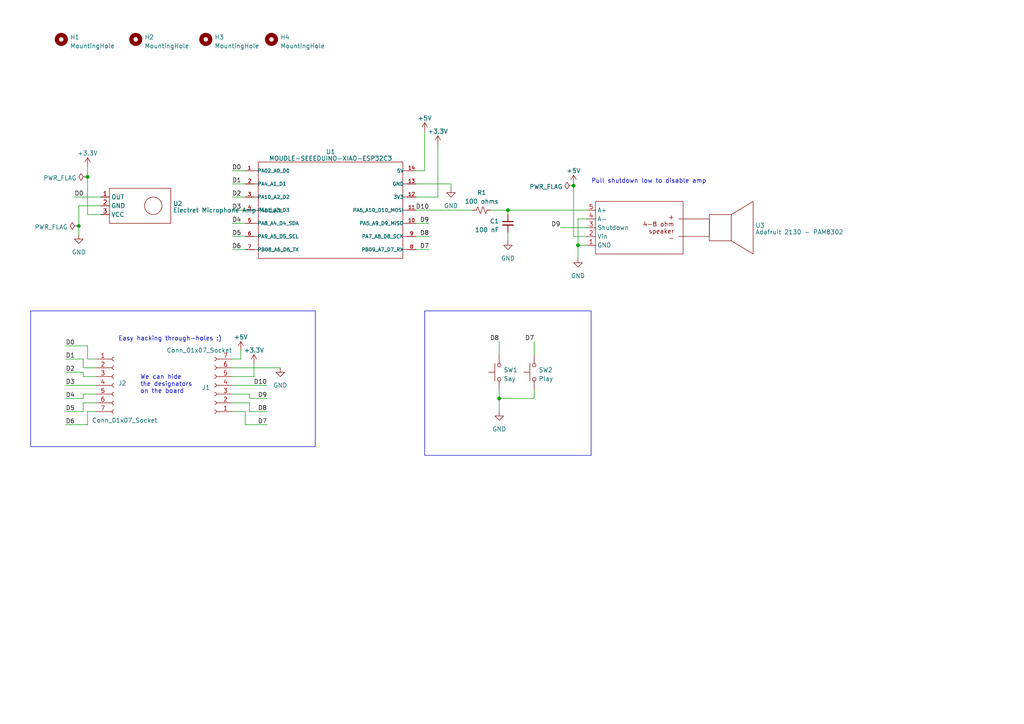
<source format=kicad_sch>
(kicad_sch (version 20230121) (generator eeschema)
  (paper "A4")
  (lib_symbols
    (symbol "Connector:Conn_01x07_Socket" (pin_names (offset 1.016) hide)
      (property "Reference" "J" (at 0 10.16 0))
      (property "Value" "Conn_01x07_Socket" (at 0 -10.16 0))
      (symbol "Conn_01x07_Socket_1_1"
        (arc (start 0 -7.112) (mid -0.5058 -7.62) (end 0 -8.128) (stroke (width 0.1524)))
        (arc (start 0 -4.572) (mid -0.5058 -5.08) (end 0 -5.588) (stroke (width 0.1524)))
        (arc (start 0 -2.032) (mid -0.5058 -2.54) (end 0 -3.048) (stroke (width 0.1524)))
        (polyline (pts (xy -1.27 -7.62) (xy -0.508 -7.62)) (stroke (width 0.1524)))
        (polyline (pts (xy -1.27 -5.08) (xy -0.508 -5.08)) (stroke (width 0.1524)))
        (polyline (pts (xy -1.27 -2.54) (xy -0.508 -2.54)) (stroke (width 0.1524)))
        (polyline (pts (xy -1.27 0) (xy -0.508 0)) (stroke (width 0.1524)))
        (polyline (pts (xy -1.27 2.54) (xy -0.508 2.54)) (stroke (width 0.1524)))
        (polyline (pts (xy -1.27 5.08) (xy -0.508 5.08)) (stroke (width 0.1524)))
        (polyline (pts (xy -1.27 7.62) (xy -0.508 7.62)) (stroke (width 0.1524)))
        (arc (start 0 0.508) (mid -0.5058 0) (end 0 -0.508) (stroke (width 0.1524)))
        (arc (start 0 3.048) (mid -0.5058 2.54) (end 0 2.032) (stroke (width 0.1524)))
        (arc (start 0 5.588) (mid -0.5058 5.08) (end 0 4.572) (stroke (width 0.1524)))
        (arc (start 0 8.128) (mid -0.5058 7.62) (end 0 7.112) (stroke (width 0.1524)))
        (pin passive line (at -5.08 7.62 0) (length 3.81) (name "Pin_1") (number "1"))
        (pin passive line (at -5.08 5.08 0) (length 3.81) (name "Pin_2") (number "2"))
        (pin passive line (at -5.08 2.54 0) (length 3.81) (name "Pin_3") (number "3"))
        (pin passive line (at -5.08 0 0) (length 3.81) (name "Pin_4") (number "4"))
        (pin passive line (at -5.08 -2.54 0) (length 3.81) (name "Pin_5") (number "5"))
        (pin passive line (at -5.08 -5.08 0) (length 3.81) (name "Pin_6") (number "6"))
        (pin passive line (at -5.08 -7.62 0) (length 3.81) (name "Pin_7") (number "7"))
      )
    )
    (symbol "Device:C_Small" (pin_numbers hide) (pin_names (offset 0.254) hide)
      (property "Reference" "C" (at 0.254 1.778 0))
      (property "Value" "C_Small" (at 0.254 -2.032 0))
      (symbol "C_Small_0_1"
        (polyline (pts (xy -1.524 -0.508) (xy 1.524 -0.508)) (stroke (width 0.3302)))
        (polyline (pts (xy -1.524 0.508) (xy 1.524 0.508)) (stroke (width 0.3048)))
      )
      (symbol "C_Small_1_1"
        (pin passive line (at 0 2.54 270) (length 2.032) (name "~") (number "1"))
        (pin passive line (at 0 -2.54 90) (length 2.032) (name "~") (number "2"))
      )
    )
    (symbol "Device:R_Small_US" (pin_numbers hide) (pin_names (offset 0.254) hide)
      (property "Reference" "R" (at 0.762 0.508 0))
      (property "Value" "R_Small_US" (at 0.762 -1.016 0))
      (symbol "R_Small_US_1_1"
        (polyline (pts (xy 0 0) (xy 1.016 -0.381) (xy 0 -0.762) (xy -1.016 -1.143) (xy 0 -1.524)))
        (polyline (pts (xy 0 1.524) (xy 1.016 1.143) (xy 0 0.762) (xy -1.016 0.381) (xy 0 0)))
        (pin passive line (at 0 2.54 270) (length 1.016) (name "~") (number "1"))
        (pin passive line (at 0 -2.54 90) (length 1.016) (name "~") (number "2"))
      )
    )
    (symbol "Mechanical:MountingHole" (pin_names (offset 1.016))
      (property "Reference" "H" (at 0 5.08 0))
      (property "Value" "MountingHole" (at 0 3.175 0))
      (symbol "MountingHole_0_1"
        (circle (center 0 0) (radius 1.27) (stroke (width 1.27)))
      )
    )
    (symbol "Switch:SW_Push" (pin_numbers hide) (pin_names (offset 1.016) hide)
      (property "Reference" "SW" (at 1.27 2.54 0))
      (property "Value" "SW_Push" (at 0 -1.524 0))
      (symbol "SW_Push_0_1"
        (circle (center -2.032 0) (radius 0.508))
        (polyline (pts (xy 0 1.27) (xy 0 3.048)))
        (polyline (pts (xy 2.54 1.27) (xy -2.54 1.27)))
        (circle (center 2.032 0) (radius 0.508))
        (pin passive line (at -5.08 0 0) (length 2.54) (name "1") (number "1"))
        (pin passive line (at 5.08 0 180) (length 2.54) (name "2") (number "2"))
      )
    )
    (symbol "YakBak-soldering-kit-eagle-import:Adafruit_2130_PAM8302A_2.5W_Class_D_Amplifier_Module_all_pins_passive"
      (property "Reference" "U2" (at 41.275 0.6437 0))
      (property "Value" "Adafruit 2130 - PAM8302" (at 41.275 -1.2773 0))
      (symbol "Adafruit_2130_PAM8302A_2.5W_Class_D_Amplifier_Module_all_pins_passive_0_1"
        (rectangle (start -5.08 7.62) (end 20.32 -7.62))
        (polyline (pts (xy 19.05 2.54) (xy 27.94 2.54) (xy 27.94 -2.54) (xy 19.05 -2.54)))
        (polyline (pts (xy 34.29 3.81) (xy 40.64 7.62) (xy 40.64 -7.62) (xy 34.29 -3.81)))
        (rectangle (start 27.94 3.81) (end 34.29 -3.81))
      )
      (symbol "Adafruit_2130_PAM8302A_2.5W_Class_D_Amplifier_Module_all_pins_passive_1_1"
        (text "+\n4-8 ohm\nspeaker\n-" (at 17.78 0 0) (effects (font (size 1.27 1.27)) (justify right)))
        (pin passive line (at -7.62 -5.08 0) (length 2.54) (name "GND") (number "1"))
        (pin passive line (at -7.62 -2.54 0) (length 2.54) (name "Vin") (number "2"))
        (pin passive line (at -7.62 0 0) (length 2.54) (name "Shutdown") (number "3"))
        (pin passive line (at -7.62 2.54 0) (length 2.54) (name "A-") (number "4"))
        (pin passive line (at -7.62 5.08 0) (length 2.54) (name "A+") (number "5"))
      )
    )
    (symbol "YakBak-soldering-kit-eagle-import:Electret_Mic_Module_all_pins_passive"
      (property "Reference" "U2" (at 9.525 0.6437 0))
      (property "Value" "Electret Microphone Amp Module" (at 9.525 -1.2773 0))
      (symbol "Electret_Mic_Module_all_pins_passive_0_1"
        (rectangle (start -8.89 5.08) (end 8.89 -5.08))
        (circle (center 3.81 0) (radius 2.54))
      )
      (symbol "Electret_Mic_Module_all_pins_passive_1_1"
        (pin passive line (at -11.43 2.54 0) (length 2.54) (name "OUT") (number "1"))
        (pin passive line (at -11.43 0 0) (length 2.54) (name "GND") (number "2"))
        (pin passive line (at -11.43 -2.54 0) (length 2.54) (name "VCC") (number "3"))
      )
    )
    (symbol "YakBak-soldering-kit-eagle-import:MODULE-SEEEDUINO-XIAO-ESP32C3_all_passive" (pin_names (offset 1.016))
      (property "Reference" "U1" (at -0.635 17.78 0))
      (property "Value" "MOUDLE-SEEEDUINO-XIAO-ESP32C3" (at -0.635 15.24 0))
      (symbol "MODULE-SEEEDUINO-XIAO-ESP32C3_all_passive_0_0"
        (polyline (pts (xy -21.59 -13.97) (xy -21.59 0)) (stroke (width 0.1524)))
        (polyline (pts (xy -21.59 -11.43) (xy -22.86 -11.43)) (stroke (width 0.1524)))
        (polyline (pts (xy -21.59 -7.62) (xy -22.86 -7.62)) (stroke (width 0.1524)))
        (polyline (pts (xy -21.59 -3.81) (xy -22.86 -3.81)) (stroke (width 0.1524)))
        (polyline (pts (xy -21.59 0) (xy -22.86 0)) (stroke (width 0.1524)))
        (polyline (pts (xy -21.59 0) (xy -21.59 3.81)) (stroke (width 0.1524)))
        (polyline (pts (xy -21.59 3.81) (xy -22.86 3.81)) (stroke (width 0.1524)))
        (polyline (pts (xy -21.59 3.81) (xy -21.59 7.62)) (stroke (width 0.1524)))
        (polyline (pts (xy -21.59 7.62) (xy -22.86 7.62)) (stroke (width 0.1524)))
        (polyline (pts (xy -21.59 7.62) (xy -21.59 11.43)) (stroke (width 0.1524)))
        (polyline (pts (xy -21.59 11.43) (xy -22.86 11.43)) (stroke (width 0.1524)))
        (polyline (pts (xy -21.59 11.43) (xy -21.59 13.97)) (stroke (width 0.1524)))
        (polyline (pts (xy -21.59 13.97) (xy 20.32 13.97)) (stroke (width 0.1524)))
        (polyline (pts (xy 20.32 -13.97) (xy -21.59 -13.97)) (stroke (width 0.1524)))
        (polyline (pts (xy 20.32 3.81) (xy 20.32 -13.97)) (stroke (width 0.1524)))
        (polyline (pts (xy 20.32 7.62) (xy 20.32 3.81)) (stroke (width 0.1524)))
        (polyline (pts (xy 20.32 11.43) (xy 20.32 7.62)) (stroke (width 0.1524)))
        (polyline (pts (xy 20.32 13.97) (xy 20.32 11.43)) (stroke (width 0.1524)))
        (polyline (pts (xy 21.59 -11.43) (xy 20.32 -11.43)) (stroke (width 0.1524)))
        (polyline (pts (xy 21.59 -7.62) (xy 20.32 -7.62)) (stroke (width 0.1524)))
        (polyline (pts (xy 21.59 -3.81) (xy 20.32 -3.81)) (stroke (width 0.1524)))
        (polyline (pts (xy 21.59 0) (xy 20.32 0)) (stroke (width 0.1524)))
        (polyline (pts (xy 21.59 3.81) (xy 20.32 3.81)) (stroke (width 0.1524)))
        (polyline (pts (xy 21.59 7.62) (xy 20.32 7.62)) (stroke (width 0.1524)))
        (polyline (pts (xy 21.59 11.43) (xy 20.32 11.43)) (stroke (width 0.1524)))
      )
      (symbol "MODULE-SEEEDUINO-XIAO-ESP32C3_all_passive_1_0"
        (pin passive line (at -25.4 11.43 0) (length 2.54) (name "PA02_A0_D0") (number "1"))
        (pin passive line (at 24.13 -3.81 180) (length 2.54) (name "PA5_A9_D9_MISO") (number "10"))
        (pin passive line (at 24.13 0 180) (length 2.54) (name "PA6_A10_D10_MOSI") (number "11"))
        (pin passive line (at 24.13 3.81 180) (length 2.54) (name "3V3") (number "12"))
        (pin passive line (at 24.13 7.62 180) (length 2.54) (name "GND") (number "13"))
        (pin passive line (at 24.13 11.43 180) (length 2.54) (name "5V") (number "14"))
        (pin passive line (at -25.4 7.62 0) (length 2.54) (name "PA4_A1_D1") (number "2"))
        (pin passive line (at -25.4 3.81 0) (length 2.54) (name "PA10_A2_D2") (number "3"))
        (pin passive line (at -25.4 0 0) (length 2.54) (name "PA11_A3_D3") (number "4"))
        (pin passive line (at -25.4 -3.81 0) (length 2.54) (name "PA8_A4_D4_SDA") (number "5"))
        (pin passive line (at -25.4 -7.62 0) (length 2.54) (name "PA9_A5_D5_SCL") (number "6"))
        (pin passive line (at -25.4 -11.43 0) (length 2.54) (name "PB08_A6_D6_TX") (number "7"))
        (pin passive line (at 24.13 -11.43 180) (length 2.54) (name "PB09_A7_D7_RX") (number "8"))
        (pin passive line (at 24.13 -7.62 180) (length 2.54) (name "PA7_A8_D8_SCK") (number "9"))
      )
    )
    (symbol "power:+3.3V" (power) (pin_names (offset 0))
      (property "Value" "+3.3V" (at 0 3.556 0))
      (symbol "+3.3V_0_1"
        (polyline (pts (xy -0.762 1.27) (xy 0 2.54)))
        (polyline (pts (xy 0 0) (xy 0 2.54)))
        (polyline (pts (xy 0 2.54) (xy 0.762 1.27)))
      )
      (symbol "+3.3V_1_1"
        (pin power_in line (at 0 0 90) (length 0) hide (name "+3.3V") (number "1"))
      )
    )
    (symbol "power:+5V" (power) (pin_names (offset 0))
      (property "Value" "+5V" (at 0 3.556 0))
      (symbol "+5V_0_1"
        (polyline (pts (xy -0.762 1.27) (xy 0 2.54)))
        (polyline (pts (xy 0 0) (xy 0 2.54)))
        (polyline (pts (xy 0 2.54) (xy 0.762 1.27)))
      )
      (symbol "+5V_1_1"
        (pin power_in line (at 0 0 90) (length 0) hide (name "+5V") (number "1"))
      )
    )
    (symbol "power:GND" (power) (pin_names (offset 0))
      (property "Value" "GND" (at 0 -3.81 0))
      (symbol "GND_0_1"
        (polyline (pts (xy 0 0) (xy 0 -1.27) (xy 1.27 -1.27) (xy 0 -2.54) (xy -1.27 -1.27) (xy 0 -1.27)))
      )
      (symbol "GND_1_1"
        (pin power_in line (at 0 0 270) (length 0) hide (name "GND") (number "1"))
      )
    )
    (symbol "power:PWR_FLAG" (power) (pin_numbers hide) (pin_names (offset 0) hide)
      (property "Value" "PWR_FLAG" (at 0 3.81 0))
      (symbol "PWR_FLAG_0_0"
        (pin power_out line (at 0 0 90) (length 0) (name "pwr") (number "1"))
      )
      (symbol "PWR_FLAG_0_1"
        (polyline (pts (xy 0 0) (xy 0 1.27) (xy -1.016 1.905) (xy 0 2.54) (xy 1.016 1.905) (xy 0 1.27)))
      )
    )
  )
  (junction (at 22.86 65.532))
  (junction (at 167.64 71.12))
  (junction (at 25.4 51.308))
  (junction (at 166.37 53.848))
  (junction (at 144.78 115.57))
  (junction (at 147.32 60.96))
  (wire (pts (xy 120.65 60.96) (xy 137.16 60.96)))
  (wire (pts (xy 120.65 68.58) (xy 124.46 68.58)))
  (wire (pts (xy 144.78 99.06) (xy 144.78 102.87)))
  (wire (pts (xy 130.81 54.61) (xy 130.81 53.34)))
  (wire (pts (xy 67.31 60.96) (xy 71.12 60.96)))
  (wire (pts (xy 67.31 64.77) (xy 71.12 64.77)))
  (wire (pts (xy 154.94 99.06) (xy 154.94 102.87)))
  (wire (pts (xy 142.24 60.96) (xy 147.32 60.96)))
  (wire (pts (xy 130.81 53.34) (xy 120.65 53.34)))
  (wire (pts (xy 67.31 104.14) (xy 69.85 104.14)))
  (wire (pts (xy 67.31 111.76) (xy 77.47 111.76)))
  (wire (pts (xy 162.56 66.04) (xy 170.18 66.04)))
  (wire (pts (xy 123.19 38.1) (xy 123.19 49.53)))
  (wire (pts (xy 147.32 67.31) (xy 147.32 69.85)))
  (wire (pts (xy 24.13 116.84) (xy 27.94 116.84)))
  (wire (pts (xy 127 57.15) (xy 120.65 57.15)))
  (wire (pts (xy 147.32 60.96) (xy 170.18 60.96)))
  (wire (pts (xy 24.13 119.38) (xy 24.13 116.84)))
  (wire (pts (xy 22.86 59.69) (xy 22.86 65.532)))
  (wire (pts (xy 22.86 65.532) (xy 22.86 68.072)))
  (wire (pts (xy 167.64 71.12) (xy 167.64 74.93)))
  (wire (pts (xy 24.13 107.95) (xy 24.13 109.22)))
  (wire (pts (xy 25.4 48.26) (xy 25.4 51.308)))
  (wire (pts (xy 19.05 115.57) (xy 24.13 115.57)))
  (wire (pts (xy 19.05 100.33) (xy 25.4 100.33)))
  (wire (pts (xy 166.37 68.58) (xy 170.18 68.58)))
  (wire (pts (xy 120.65 64.77) (xy 124.46 64.77)))
  (wire (pts (xy 25.4 100.33) (xy 25.4 104.14)))
  (wire (pts (xy 77.47 119.38) (xy 72.39 119.38)))
  (wire (pts (xy 67.31 72.39) (xy 71.12 72.39)))
  (wire (pts (xy 19.05 104.14) (xy 24.13 104.14)))
  (wire (pts (xy 24.13 109.22) (xy 27.94 109.22)))
  (wire (pts (xy 120.65 72.39) (xy 124.46 72.39)))
  (wire (pts (xy 144.78 115.57) (xy 144.78 119.38)))
  (wire (pts (xy 24.13 114.3) (xy 27.94 114.3)))
  (wire (pts (xy 69.85 101.6) (xy 69.85 104.14)))
  (wire (pts (xy 67.31 53.34) (xy 71.12 53.34)))
  (wire (pts (xy 167.64 63.5) (xy 167.64 71.12)))
  (wire (pts (xy 24.13 104.14) (xy 24.13 106.68)))
  (wire (pts (xy 123.19 49.53) (xy 120.65 49.53)))
  (wire (pts (xy 72.39 115.57) (xy 72.39 114.3)))
  (wire (pts (xy 127 41.91) (xy 127 57.15)))
  (wire (pts (xy 67.31 116.84) (xy 72.39 116.84)))
  (wire (pts (xy 166.37 53.848) (xy 166.37 68.58)))
  (wire (pts (xy 22.86 59.69) (xy 29.21 59.69)))
  (wire (pts (xy 147.32 60.96) (xy 147.32 62.23)))
  (wire (pts (xy 67.31 49.53) (xy 71.12 49.53)))
  (wire (pts (xy 154.94 115.57) (xy 144.78 115.57)))
  (wire (pts (xy 72.39 119.38) (xy 72.39 116.84)))
  (wire (pts (xy 19.05 123.19) (xy 25.4 123.19)))
  (wire (pts (xy 21.59 57.15) (xy 29.21 57.15)))
  (wire (pts (xy 25.4 119.38) (xy 27.94 119.38)))
  (wire (pts (xy 170.18 63.5) (xy 167.64 63.5)))
  (wire (pts (xy 77.47 123.19) (xy 71.12 123.19)))
  (wire (pts (xy 67.31 106.68) (xy 81.28 106.68)))
  (wire (pts (xy 25.4 104.14) (xy 27.94 104.14)))
  (wire (pts (xy 166.37 53.34) (xy 166.37 53.848)))
  (wire (pts (xy 167.64 71.12) (xy 170.18 71.12)))
  (wire (pts (xy 73.66 105.41) (xy 73.66 109.22)))
  (wire (pts (xy 67.31 114.3) (xy 72.39 114.3)))
  (wire (pts (xy 25.4 123.19) (xy 25.4 119.38)))
  (wire (pts (xy 19.05 119.38) (xy 24.13 119.38)))
  (wire (pts (xy 71.12 123.19) (xy 71.12 119.38)))
  (wire (pts (xy 77.47 115.57) (xy 72.39 115.57)))
  (wire (pts (xy 144.78 113.03) (xy 144.78 115.57)))
  (wire (pts (xy 19.05 111.76) (xy 27.94 111.76)))
  (wire (pts (xy 67.31 68.58) (xy 71.12 68.58)))
  (wire (pts (xy 67.31 109.22) (xy 73.66 109.22)))
  (wire (pts (xy 25.4 62.23) (xy 29.21 62.23)))
  (wire (pts (xy 25.4 51.308) (xy 25.4 62.23)))
  (wire (pts (xy 24.13 115.57) (xy 24.13 114.3)))
  (wire (pts (xy 154.94 113.03) (xy 154.94 115.57)))
  (wire (pts (xy 24.13 106.68) (xy 27.94 106.68)))
  (wire (pts (xy 19.05 107.95) (xy 24.13 107.95)))
  (wire (pts (xy 67.31 119.38) (xy 71.12 119.38)))
  (wire (pts (xy 67.31 57.15) (xy 71.12 57.15)))
  (rectangle (start 123.19 90.17) (end 171.45 132.08))
  (rectangle (start 8.89 90.17) (end 91.44 129.54))
  (text "We can hide \nthe designators\non the board" (at 40.64 114.3 0) (effects (font (size 1.27 1.27)) (justify left bottom)))
  (text "Pull shutdown low to disable amp" (at 171.45 53.34 0) (effects (font (size 1.27 1.27)) (justify left bottom)))
  (text "Easy hacking through-holes :)" (at 34.29 99.06 0) (effects (font (size 1.27 1.27)) (justify left bottom)))
  (label "D7" (at 154.94 99.06 180))
  (label "D9" (at 77.47 115.57 180))
  (label "D2" (at 67.31 57.15 0))
  (label "D5" (at 19.05 119.38 0))
  (label "D4" (at 67.31 64.77 0))
  (label "D6" (at 19.05 123.19 0))
  (label "D3" (at 67.31 60.96 0))
  (label "D6" (at 67.31 72.39 0))
  (label "D8" (at 124.46 68.58 180))
  (label "D9" (at 162.56 66.04 180))
  (label "D2" (at 19.05 107.95 0))
  (label "D0" (at 19.05 100.33 0))
  (label "D9" (at 124.46 64.77 180))
  (label "D1" (at 19.05 104.14 0))
  (label "D4" (at 19.05 115.57 0))
  (label "D5" (at 67.31 68.58 0))
  (label "D3" (at 19.05 111.76 0))
  (label "D7" (at 77.47 123.19 180))
  (label "D10" (at 124.46 60.96 180))
  (label "D8" (at 144.78 99.06 180))
  (label "D1" (at 67.31 53.34 0))
  (label "D7" (at 124.46 72.39 180))
  (label "D0" (at 21.59 57.15 0))
  (label "D8" (at 77.47 119.38 180))
  (label "D10" (at 77.47 111.76 180))
  (label "D0" (at 67.31 49.53 0))
  (symbol (lib_id "power:+5V") (at 166.37 53.34 0) (unit 1)
    (property "Reference" "#PWR08" (effects hide))
    (property "Value" "+5V" (at 166.37 49.53 0))
  )
  (symbol (lib_id "power:PWR_FLAG") (at 25.4 51.308 90) (unit 1)
    (property "Reference" "#FLG02" (effects hide))
    (property "Value" "PWR_FLAG" (at 22.2251 51.6248 90) (effects (justify left)))
  )
  (symbol (lib_id "YakBak-soldering-kit-eagle-import:MODULE-SEEEDUINO-XIAO-ESP32C3_all_passive") (at 96.52 60.96 0) (unit 1)
    (property "Reference" "U1" (at 95.885 44.0309 0))
    (property "Value" "MOUDLE-SEEEDUINO-XIAO-ESP32C3" (at 95.885 45.9519 0))
    (property "Footprint" "xiao ESP32C3_PCB:MOUDLE14P-SMD-2.54-21X17.8MM" (effects hide))
  )
  (symbol (lib_id "power:+3.3V") (at 127 41.91 0) (unit 1)
    (property "Reference" "#PWR01" (effects hide))
    (property "Value" "+3.3V" (at 127 38.1 0))
  )
  (symbol (lib_id "power:PWR_FLAG") (at 22.86 65.532 90) (unit 1)
    (property "Reference" "#FLG01" (effects hide))
    (property "Value" "PWR_FLAG" (at 19.6851 65.8488 90) (effects (justify left)))
  )
  (symbol (lib_id "power:GND") (at 144.78 119.38 0) (unit 1)
    (property "Reference" "#PWR03" (effects hide))
    (property "Value" "GND" (at 144.78 124.46 0))
  )
  (symbol (lib_id "power:GND") (at 130.81 54.61 0) (unit 1)
    (property "Reference" "#PWR02" (effects hide))
    (property "Value" "GND" (at 130.81 59.69 0))
  )
  (symbol (lib_id "YakBak-soldering-kit-eagle-import:Electret_Mic_Module_all_pins_passive") (at 40.64 59.69 0) (unit 1)
    (property "Reference" "U2" (at 50.165 59.0463 0) (effects (justify left)))
    (property "Value" "Electret Microphone Amp Module" (at 50.165 60.9673 0) (effects (justify left)))
    (property "Footprint" "Connector_PinSocket_2.54mm:PinSocket_1x03_P2.54mm_Vertical" (effects hide))
  )
  (symbol (lib_id "power:+5V") (at 123.19 38.1 0) (unit 1)
    (property "Reference" "#PWR07" (effects hide))
    (property "Value" "+5V" (at 123.19 34.29 0))
  )
  (symbol (lib_id "power:GND") (at 22.86 68.072 0) (unit 1)
    (property "Reference" "#PWR04" (effects hide))
    (property "Value" "GND" (at 22.86 73.152 0))
  )
  (symbol (lib_id "YakBak-soldering-kit-eagle-import:Adafruit_2130_PAM8302A_2.5W_Class_D_Amplifier_Module_all_pins_passive") (at 177.8 66.04 0) (unit 1)
    (property "Reference" "U3" (at 219.075 65.3963 0) (effects (justify left)))
    (property "Value" "Adafruit 2130 - PAM8302" (at 219.075 67.3173 0) (effects (justify left)))
    (property "Footprint" "Connector_PinHeader_2.54mm:PinHeader_1x05_P2.54mm_Vertical" (effects hide))
  )
  (symbol (lib_id "power:GND") (at 147.32 69.85 0) (unit 1)
    (property "Reference" "#PWR09" (effects hide))
    (property "Value" "GND" (at 147.32 74.93 0))
  )
  (symbol (lib_id "power:+3.3V") (at 73.66 105.41 0) (unit 1)
    (property "Reference" "#PWR012" (effects hide))
    (property "Value" "+3.3V" (at 73.66 101.6 0))
  )
  (symbol (lib_id "Connector:Conn_01x07_Socket") (at 33.02 111.76 0) (unit 1)
    (property "Reference" "J2" (at 34.29 111.125 0) (effects (justify left)))
    (property "Value" "Conn_01x07_Socket" (at 26.67 121.92 0) (effects (justify left)))
    (property "Footprint" "Connector_PinSocket_2.54mm:PinSocket_1x07_P2.54mm_Vertical" (effects hide))
  )
  (symbol (lib_id "Mechanical:MountingHole") (at 17.78 11.43 0) (unit 1)
    (property "Reference" "H1" (at 20.32 10.795 0) (effects (justify left)))
    (property "Value" "MountingHole" (at 20.32 13.335 0) (effects (justify left)))
    (property "Footprint" "MountingHole:MountingHole_2.5mm" (effects hide))
  )
  (symbol (lib_id "Device:R_Small_US") (at 139.7 60.96 90) (unit 1)
    (property "Reference" "R1" (at 139.7 55.88 90))
    (property "Value" "100 ohms" (at 139.7 58.42 90))
    (property "Footprint" "Resistor_THT:R_Axial_DIN0204_L3.6mm_D1.6mm_P7.62mm_Horizontal" (effects hide))
  )
  (symbol (lib_id "power:+3.3V") (at 25.4 48.26 0) (unit 1)
    (property "Reference" "#PWR06" (effects hide))
    (property "Value" "+3.3V" (at 25.4 44.45 0))
  )
  (symbol (lib_id "Switch:SW_Push") (at 144.78 107.95 90) (unit 1)
    (property "Reference" "SW1" (at 146.05 107.315 90) (effects (justify right)))
    (property "Value" "Say" (at 146.05 109.855 90) (effects (justify right)))
    (property "Footprint" "Button_Switch_THT:SW_PUSH_6mm" (effects hide))
  )
  (symbol (lib_id "Mechanical:MountingHole") (at 78.74 11.43 0) (unit 1)
    (property "Reference" "H4" (at 81.28 10.795 0) (effects (justify left)))
    (property "Value" "MountingHole" (at 81.28 13.335 0) (effects (justify left)))
    (property "Footprint" "MountingHole:MountingHole_2.5mm" (effects hide))
  )
  (symbol (lib_id "Mechanical:MountingHole") (at 59.69 11.43 0) (unit 1)
    (property "Reference" "H3" (at 62.23 10.795 0) (effects (justify left)))
    (property "Value" "MountingHole" (at 62.23 13.335 0) (effects (justify left)))
    (property "Footprint" "MountingHole:MountingHole_2.5mm" (effects hide))
  )
  (symbol (lib_id "Mechanical:MountingHole") (at 39.37 11.43 0) (unit 1)
    (property "Reference" "H2" (at 41.91 10.795 0) (effects (justify left)))
    (property "Value" "MountingHole" (at 41.91 13.335 0) (effects (justify left)))
    (property "Footprint" "MountingHole:MountingHole_2.5mm" (effects hide))
  )
  (symbol (lib_id "Switch:SW_Push") (at 154.94 107.95 90) (unit 1)
    (property "Reference" "SW2" (at 156.21 107.315 90) (effects (justify right)))
    (property "Value" "Play" (at 156.21 109.855 90) (effects (justify right)))
    (property "Footprint" "Button_Switch_THT:SW_PUSH_6mm" (effects hide))
  )
  (symbol (lib_id "power:PWR_FLAG") (at 166.37 53.848 90) (unit 1)
    (property "Reference" "#FLG03" (effects hide))
    (property "Value" "PWR_FLAG" (at 163.1951 54.1648 90) (effects (justify left)))
  )
  (symbol (lib_id "Device:C_Small") (at 147.32 64.77 0) (mirror y) (unit 1)
    (property "Reference" "C1" (at 144.78 64.1413 0) (effects (justify left)))
    (property "Value" "100 nF" (at 144.78 66.6813 0) (effects (justify left)))
    (property "Footprint" "Capacitor_THT:C_Disc_D5.1mm_W3.2mm_P5.00mm" (effects hide))
  )
  (symbol (lib_id "power:GND") (at 167.64 74.93 0) (unit 1)
    (property "Reference" "#PWR05" (effects hide))
    (property "Value" "GND" (at 167.64 80.01 0))
  )
  (symbol (lib_id "power:+5V") (at 69.85 101.6 0) (unit 1)
    (property "Reference" "#PWR011" (effects hide))
    (property "Value" "+5V" (at 69.85 97.79 0))
  )
  (symbol (lib_id "power:GND") (at 81.28 106.68 0) (unit 1)
    (property "Reference" "#PWR010" (effects hide))
    (property "Value" "GND" (at 81.28 111.76 0))
  )
  (symbol (lib_id "Connector:Conn_01x07_Socket") (at 62.23 111.76 180) (unit 1)
    (property "Reference" "J1" (at 60.96 112.395 0) (effects (justify left)))
    (property "Value" "Conn_01x07_Socket" (at 67.31 101.6 0) (effects (justify left)))
    (property "Footprint" "Connector_PinSocket_2.54mm:PinSocket_1x07_P2.54mm_Vertical" (effects hide))
  )
)
</source>
